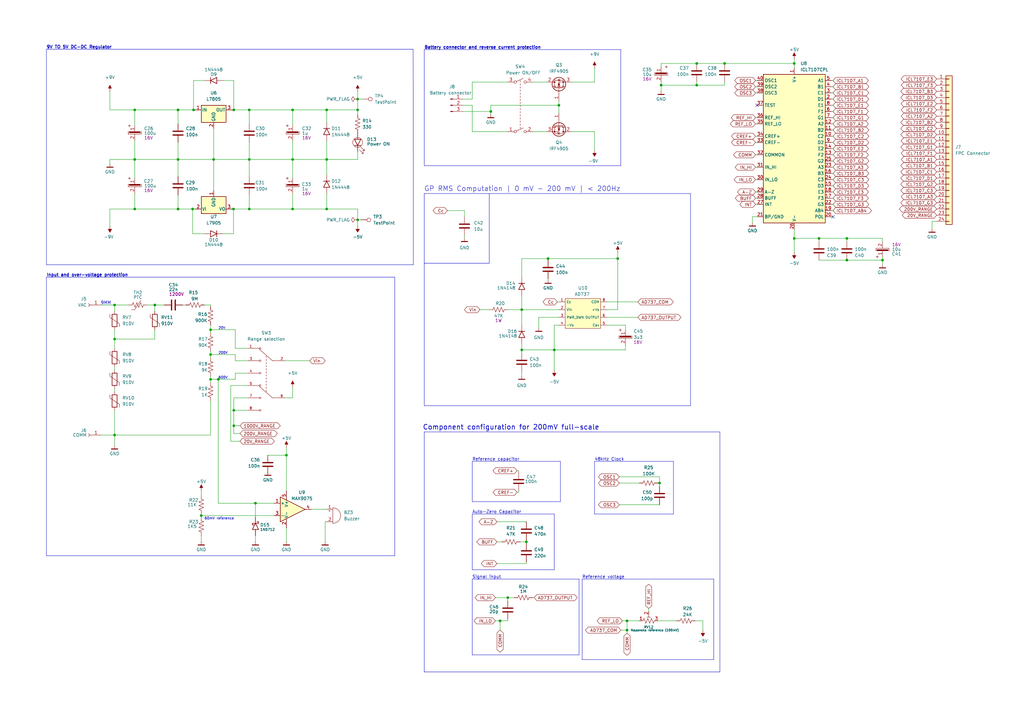
<source format=kicad_sch>
(kicad_sch (version 20230121) (generator eeschema)
  (paper "A3")
  (junction (at 102.235 65.405))
  (junction (at 347.345 106.68))
  (junction (at 86.36 155.575))
  (junction (at 117.475 186.69))
  (junction (at 146.685 90.17))
  (junction (at 133.985 65.405))
  (junction (at 271.145 34.925))
  (junction (at 63.5 125.095))
  (junction (at 227.33 143.51))
  (junction (at 79.375 45.085))
  (junction (at 95.885 168.275))
  (junction (at 82.55 211.455))
  (junction (at 257.175 254.635))
  (junction (at 285.75 26.035))
  (junction (at 87.63 65.405))
  (junction (at 86.36 145.415))
  (junction (at 201.295 45.72))
  (junction (at 46.99 178.435))
  (junction (at 73.025 65.405))
  (junction (at 102.235 45.085))
  (junction (at 146.685 40.64))
  (junction (at 361.95 106.68))
  (junction (at 73.025 85.725))
  (junction (at 229.235 43.18))
  (junction (at 215.9 222.25))
  (junction (at 133.985 45.085))
  (junction (at 208.28 245.11))
  (junction (at 133.985 85.725))
  (junction (at 285.75 34.925))
  (junction (at 120.015 65.405))
  (junction (at 253.365 106.045))
  (junction (at 46.99 125.095))
  (junction (at 46.99 139.065))
  (junction (at 213.995 127))
  (junction (at 120.015 85.725))
  (junction (at 224.79 106.045))
  (junction (at 120.015 45.085))
  (junction (at 213.995 143.51))
  (junction (at 102.235 85.725))
  (junction (at 325.755 26.035))
  (junction (at 146.685 45.085))
  (junction (at 104.775 206.375))
  (junction (at 95.885 45.085))
  (junction (at 270.51 198.12))
  (junction (at 73.025 45.085))
  (junction (at 55.245 45.085))
  (junction (at 89.535 155.575))
  (junction (at 78.9981 85.725))
  (junction (at 205.105 254.635))
  (junction (at 257.175 258.445))
  (junction (at 347.345 97.79))
  (junction (at 95.885 174.625))
  (junction (at 55.245 85.725))
  (junction (at 325.755 97.79))
  (junction (at 335.915 97.79))
  (junction (at 55.245 65.405))
  (junction (at 95.7647 85.725))
  (junction (at 86.36 135.255))
  (junction (at 297.18 26.035))
  (no_connect (at 310.515 43.18))
  (no_connect (at 341.63 88.9))
  (wire (pts (xy 224.79 106.045) (xy 224.79 106.68)))
  (wire (pts (xy 189.865 40.64) (xy 193.675 40.64)))
  (wire (pts (xy 271.145 33.655) (xy 271.145 34.925)))
  (wire (pts (xy 269.875 254.635) (xy 277.495 254.635)))
  (wire (pts (xy 89.535 155.575) (xy 96.52 155.575)))
  (polyline (pts (xy 295.275 275.59) (xy 173.99 275.59)))
  (wire (pts (xy 95.885 45.085) (xy 102.235 45.085)))
  (polyline (pts (xy 173.99 166.37) (xy 283.21 166.37)))
  (wire (pts (xy 256.54 133.35) (xy 256.54 135.255)))
  (wire (pts (xy 229.235 41.275) (xy 229.235 43.18)))
  (wire (pts (xy 146.685 90.17) (xy 147.955 90.17)))
  (wire (pts (xy 253.365 103.505) (xy 253.365 106.045)))
  (wire (pts (xy 120.015 73.025) (xy 120.015 65.405)))
  (wire (pts (xy 73.025 45.085) (xy 79.375 45.085)))
  (wire (pts (xy 95.7647 95.885) (xy 95.7647 85.725)))
  (wire (pts (xy 325.755 26.035) (xy 325.755 27.94)))
  (polyline (pts (xy 169.418 20.193) (xy 169.545 69.85)) (stroke (width 0) (type solid)))
  (wire (pts (xy 248.92 130.175) (xy 261.62 130.175)))
  (wire (pts (xy 146.685 65.405) (xy 133.985 65.405)))
  (wire (pts (xy 213.995 127) (xy 213.995 133.35)))
  (wire (pts (xy 91.44 95.885) (xy 95.7647 95.885)))
  (wire (pts (xy 201.295 45.72) (xy 201.295 43.18)))
  (wire (pts (xy 101.6 147.955) (xy 96.52 147.955)))
  (wire (pts (xy 297.18 26.035) (xy 325.755 26.035)))
  (wire (pts (xy 257.175 254.635) (xy 262.255 254.635)))
  (polyline (pts (xy 237.49 237.49) (xy 237.49 268.605)) (stroke (width 0) (type solid)))
  (wire (pts (xy 95.25 85.725) (xy 95.7647 85.725)))
  (wire (pts (xy 73.025 65.405) (xy 87.63 65.405)))
  (polyline (pts (xy 292.735 237.49) (xy 292.735 270.51)) (stroke (width 0) (type solid)))
  (wire (pts (xy 285.75 34.925) (xy 271.145 34.925)))
  (wire (pts (xy 234.315 33.655) (xy 243.84 33.655)))
  (polyline (pts (xy 227.33 233.68) (xy 193.675 233.68)) (stroke (width 0) (type solid)))
  (wire (pts (xy 89.535 155.575) (xy 89.535 206.375)))
  (wire (pts (xy 382.27 93.98) (xy 382.27 90.805)))
  (wire (pts (xy 55.245 45.085) (xy 73.025 45.085)))
  (wire (pts (xy 309.88 50.8) (xy 310.515 50.8)))
  (wire (pts (xy 203.2 254.635) (xy 205.105 254.635)))
  (wire (pts (xy 120.015 45.085) (xy 133.985 45.085)))
  (polyline (pts (xy 292.735 237.49) (xy 238.76 237.49)) (stroke (width 0) (type solid)))
  (wire (pts (xy 213.995 143.51) (xy 213.995 144.78)))
  (wire (pts (xy 297.18 33.655) (xy 297.18 34.925)))
  (wire (pts (xy 254 207.01) (xy 270.51 207.01)))
  (wire (pts (xy 340.995 33.02) (xy 341.63 33.02)))
  (wire (pts (xy 45.085 85.725) (xy 45.085 92.71)))
  (wire (pts (xy 189.865 45.72) (xy 201.295 45.72)))
  (wire (pts (xy 86.36 145.415) (xy 96.52 145.415)))
  (wire (pts (xy 220.98 130.175) (xy 220.98 134.62)))
  (polyline (pts (xy 173.99 177.165) (xy 173.99 275.59)))
  (wire (pts (xy 91.44 33.02) (xy 95.885 33.02)))
  (polyline (pts (xy 238.76 237.49) (xy 238.76 270.51)) (stroke (width 0) (type solid)))
  (polyline (pts (xy 19.05 20.193) (xy 169.418 20.193)) (stroke (width 0) (type solid)))
  (wire (pts (xy 208.28 127) (xy 213.995 127)))
  (wire (pts (xy 102.235 65.405) (xy 102.235 58.42)))
  (wire (pts (xy 63.5 135.255) (xy 63.5 139.065)))
  (wire (pts (xy 218.44 245.11) (xy 219.075 245.11)))
  (wire (pts (xy 201.295 45.72) (xy 201.295 46.99)))
  (wire (pts (xy 73.025 72.39) (xy 73.025 65.405)))
  (wire (pts (xy 146.685 45.085) (xy 146.685 46.99)))
  (wire (pts (xy 45.085 37.465) (xy 45.085 45.085)))
  (wire (pts (xy 82.55 210.82) (xy 82.55 211.455)))
  (wire (pts (xy 193.675 43.18) (xy 189.865 43.18)))
  (wire (pts (xy 347.345 97.79) (xy 361.95 97.79)))
  (wire (pts (xy 109.855 194.31) (xy 109.855 193.675)))
  (polyline (pts (xy 193.675 233.68) (xy 193.675 210.82)) (stroke (width 0) (type solid)))
  (wire (pts (xy 335.915 99.06) (xy 335.915 97.79)))
  (wire (pts (xy 196.85 127) (xy 200.66 127)))
  (wire (pts (xy 215.9 230.505) (xy 215.9 231.14)))
  (wire (pts (xy 46.99 125.095) (xy 52.705 125.095)))
  (polyline (pts (xy 237.49 237.49) (xy 193.675 237.49)) (stroke (width 0) (type solid)))
  (wire (pts (xy 229.235 133.35) (xy 227.33 133.35)))
  (wire (pts (xy 212.725 201.93) (xy 212.09 201.93)))
  (wire (pts (xy 95.885 177.8) (xy 98.425 177.8)))
  (wire (pts (xy 340.995 38.1) (xy 341.63 38.1)))
  (wire (pts (xy 340.995 76.2) (xy 341.63 76.2)))
  (wire (pts (xy 203.835 213.995) (xy 215.9 213.995)))
  (wire (pts (xy 218.44 53.975) (xy 224.155 53.975)))
  (wire (pts (xy 340.995 35.56) (xy 341.63 35.56)))
  (wire (pts (xy 361.95 105.41) (xy 361.95 106.68)))
  (wire (pts (xy 208.28 254) (xy 208.28 254.635)))
  (wire (pts (xy 133.985 65.405) (xy 120.015 65.405)))
  (wire (pts (xy 86.36 144.145) (xy 86.36 145.415)))
  (wire (pts (xy 133.985 45.085) (xy 146.685 45.085)))
  (wire (pts (xy 203.2 245.11) (xy 208.28 245.11)))
  (wire (pts (xy 325.755 24.13) (xy 325.755 26.035)))
  (wire (pts (xy 102.235 45.085) (xy 102.235 50.8)))
  (polyline (pts (xy 193.675 237.49) (xy 193.675 268.605)) (stroke (width 0) (type solid)))
  (wire (pts (xy 382.27 90.805) (xy 384.175 90.805)))
  (wire (pts (xy 46.99 125.095) (xy 46.99 127.635)))
  (wire (pts (xy 254 195.58) (xy 270.51 195.58)))
  (wire (pts (xy 227.33 133.35) (xy 227.33 143.51)))
  (wire (pts (xy 117.475 183.515) (xy 117.475 186.69)))
  (wire (pts (xy 96.52 155.575) (xy 96.52 153.035)))
  (wire (pts (xy 309.88 38.1) (xy 310.515 38.1)))
  (polyline (pts (xy 19.05 108.585) (xy 19.05 20.193)) (stroke (width 0) (type solid)))
  (wire (pts (xy 127.635 208.915) (xy 133.985 208.915)))
  (wire (pts (xy 120.015 65.405) (xy 102.235 65.405)))
  (wire (pts (xy 212.725 193.675) (xy 212.725 193.04)))
  (wire (pts (xy 45.085 45.085) (xy 55.245 45.085)))
  (wire (pts (xy 133.985 79.375) (xy 133.985 85.725)))
  (wire (pts (xy 95.885 168.275) (xy 95.885 174.625)))
  (wire (pts (xy 254.635 258.445) (xy 257.175 258.445)))
  (wire (pts (xy 309.88 35.56) (xy 310.515 35.56)))
  (wire (pts (xy 193.675 33.655) (xy 208.28 33.655)))
  (wire (pts (xy 340.995 66.04) (xy 341.63 66.04)))
  (wire (pts (xy 213.995 113.665) (xy 213.995 106.045)))
  (wire (pts (xy 309.88 68.58) (xy 310.515 68.58)))
  (wire (pts (xy 213.36 222.25) (xy 215.9 222.25)))
  (wire (pts (xy 213.995 121.285) (xy 213.995 127)))
  (wire (pts (xy 78.9981 85.725) (xy 73.025 85.725)))
  (wire (pts (xy 117.475 216.535) (xy 117.475 222.25)))
  (wire (pts (xy 208.28 245.11) (xy 210.82 245.11)))
  (wire (pts (xy 309.88 58.42) (xy 310.515 58.42)))
  (polyline (pts (xy 173.99 107.95) (xy 200.66 107.95)))
  (wire (pts (xy 55.245 57.785) (xy 55.245 65.405)))
  (wire (pts (xy 340.995 50.8) (xy 341.63 50.8)))
  (polyline (pts (xy 295.275 177.165) (xy 295.275 275.59)))
  (wire (pts (xy 190.5 96.52) (xy 190.5 97.79)))
  (wire (pts (xy 347.345 99.06) (xy 347.345 97.79)))
  (wire (pts (xy 340.995 83.82) (xy 341.63 83.82)))
  (wire (pts (xy 347.345 106.68) (xy 335.915 106.68)))
  (wire (pts (xy 215.9 222.25) (xy 215.9 221.615)))
  (wire (pts (xy 95.885 174.625) (xy 98.425 174.625)))
  (wire (pts (xy 308.61 88.9) (xy 308.61 91.44)))
  (wire (pts (xy 227.33 143.51) (xy 227.33 151.765)))
  (wire (pts (xy 208.28 53.975) (xy 193.675 53.975)))
  (wire (pts (xy 271.145 27.305) (xy 271.145 26.035)))
  (wire (pts (xy 120.015 57.785) (xy 120.015 65.405)))
  (wire (pts (xy 73.025 58.42) (xy 73.025 65.405)))
  (wire (pts (xy 215.9 222.25) (xy 215.9 222.885)))
  (wire (pts (xy 309.88 81.28) (xy 310.515 81.28)))
  (wire (pts (xy 224.79 106.045) (xy 253.365 106.045)))
  (wire (pts (xy 215.9 231.14) (xy 203.835 231.14)))
  (wire (pts (xy 46.99 178.435) (xy 86.36 178.435)))
  (wire (pts (xy 340.995 71.12) (xy 341.63 71.12)))
  (wire (pts (xy 255.27 254.635) (xy 257.175 254.635)))
  (wire (pts (xy 46.99 139.065) (xy 46.99 142.875)))
  (wire (pts (xy 94.615 180.975) (xy 98.425 180.975)))
  (wire (pts (xy 213.995 143.51) (xy 227.33 143.51)))
  (wire (pts (xy 104.775 222.25) (xy 104.775 219.71)))
  (wire (pts (xy 133.985 85.725) (xy 146.685 85.725)))
  (wire (pts (xy 203.835 222.25) (xy 205.74 222.25)))
  (wire (pts (xy 82.55 219.71) (xy 82.55 222.25)))
  (wire (pts (xy 205.105 254.635) (xy 205.105 258.445)))
  (wire (pts (xy 340.995 81.28) (xy 341.63 81.28)))
  (wire (pts (xy 95.885 163.195) (xy 95.885 168.275)))
  (wire (pts (xy 86.36 154.305) (xy 86.36 155.575)))
  (polyline (pts (xy 200.66 79.375) (xy 200.66 107.95)))
  (wire (pts (xy 340.995 40.64) (xy 341.63 40.64)))
  (wire (pts (xy 102.235 85.725) (xy 102.235 80.01)))
  (wire (pts (xy 248.92 127) (xy 253.365 127)))
  (wire (pts (xy 193.675 53.975) (xy 193.675 43.18)))
  (wire (pts (xy 256.54 133.35) (xy 248.92 133.35)))
  (polyline (pts (xy 173.99 79.375) (xy 173.99 166.37)))
  (wire (pts (xy 243.84 33.655) (xy 243.84 27.94)))
  (wire (pts (xy 213.995 140.97) (xy 213.995 143.51)))
  (polyline (pts (xy 193.675 210.82) (xy 227.33 210.82)) (stroke (width 0) (type solid)))
  (wire (pts (xy 234.315 53.975) (xy 243.84 53.975)))
  (wire (pts (xy 146.685 62.23) (xy 146.685 65.405)))
  (wire (pts (xy 83.82 95.885) (xy 78.9981 95.885)))
  (wire (pts (xy 361.95 106.68) (xy 347.345 106.68)))
  (wire (pts (xy 325.755 97.79) (xy 325.755 103.505)))
  (polyline (pts (xy 169.545 108.585) (xy 19.05 108.585)) (stroke (width 0) (type solid)))
  (wire (pts (xy 96.52 142.875) (xy 101.6 142.875)))
  (wire (pts (xy 120.015 163.195) (xy 120.015 158.75)))
  (wire (pts (xy 270.51 198.12) (xy 269.875 198.12)))
  (wire (pts (xy 79.375 33.02) (xy 79.375 45.085)))
  (wire (pts (xy 46.99 150.495) (xy 46.99 151.765)))
  (wire (pts (xy 46.99 135.255) (xy 46.99 139.065)))
  (wire (pts (xy 46.99 168.275) (xy 46.99 178.435)))
  (wire (pts (xy 102.235 85.725) (xy 120.015 85.725)))
  (wire (pts (xy 55.245 65.405) (xy 45.085 65.405)))
  (wire (pts (xy 256.54 141.605) (xy 256.54 143.51)))
  (wire (pts (xy 45.085 65.405) (xy 45.085 67.31)))
  (wire (pts (xy 95.885 174.625) (xy 95.885 177.8)))
  (wire (pts (xy 60.325 125.095) (xy 63.5 125.095)))
  (wire (pts (xy 55.245 45.085) (xy 55.245 51.435)))
  (polyline (pts (xy 276.225 210.82) (xy 243.84 210.82)) (stroke (width 0) (type solid)))
  (wire (pts (xy 86.36 145.415) (xy 86.36 146.685)))
  (wire (pts (xy 117.475 186.69) (xy 109.855 186.69)))
  (polyline (pts (xy 173.99 79.375) (xy 283.21 79.375)))
  (wire (pts (xy 325.755 93.98) (xy 325.755 97.79)))
  (polyline (pts (xy 229.87 189.23) (xy 229.87 205.74)) (stroke (width 0) (type solid)))
  (polyline (pts (xy 229.87 205.74) (xy 193.675 205.74)) (stroke (width 0) (type solid)))
  (wire (pts (xy 133.985 45.085) (xy 133.985 50.165)))
  (wire (pts (xy 340.995 53.34) (xy 341.63 53.34)))
  (wire (pts (xy 96.52 147.955) (xy 96.52 145.415)))
  (wire (pts (xy 224.79 114.935) (xy 224.79 114.3)))
  (wire (pts (xy 96.52 153.035) (xy 101.6 153.035)))
  (wire (pts (xy 46.99 159.385) (xy 46.99 160.655)))
  (polyline (pts (xy 229.87 189.23) (xy 193.675 189.23)) (stroke (width 0) (type solid)))
  (wire (pts (xy 41.275 125.095) (xy 46.99 125.095)))
  (wire (pts (xy 248.92 123.825) (xy 261.62 123.825)))
  (wire (pts (xy 213.995 152.4) (xy 213.995 154.305)))
  (wire (pts (xy 95.885 33.02) (xy 95.885 45.085)))
  (wire (pts (xy 340.995 73.66) (xy 341.63 73.66)))
  (polyline (pts (xy 243.84 210.82) (xy 243.84 189.23)) (stroke (width 0) (type solid)))
  (wire (pts (xy 205.105 254.635) (xy 208.28 254.635)))
  (wire (pts (xy 340.995 88.9) (xy 341.63 88.9)))
  (wire (pts (xy 183.515 86.36) (xy 190.5 86.36)))
  (wire (pts (xy 104.775 206.375) (xy 104.775 212.09)))
  (wire (pts (xy 309.88 55.88) (xy 310.515 55.88)))
  (wire (pts (xy 227.33 143.51) (xy 256.54 143.51)))
  (wire (pts (xy 55.245 79.375) (xy 55.245 85.725)))
  (wire (pts (xy 271.145 34.925) (xy 271.145 37.465)))
  (wire (pts (xy 73.025 65.405) (xy 55.245 65.405)))
  (polyline (pts (xy 193.675 189.23) (xy 193.675 205.74)) (stroke (width 0) (type solid)))
  (polyline (pts (xy 237.49 268.605) (xy 193.675 268.605)) (stroke (width 0) (type solid)))
  (wire (pts (xy 86.36 135.255) (xy 86.36 136.525)))
  (wire (pts (xy 63.5 139.065) (xy 46.99 139.065)))
  (wire (pts (xy 146.685 40.64) (xy 148.59 40.64)))
  (wire (pts (xy 310.515 48.26) (xy 309.88 48.26)))
  (wire (pts (xy 76.2 125.095) (xy 74.93 125.095)))
  (wire (pts (xy 285.75 33.655) (xy 285.75 34.925)))
  (wire (pts (xy 257.175 258.445) (xy 257.175 259.715)))
  (wire (pts (xy 120.015 79.375) (xy 120.015 85.725)))
  (wire (pts (xy 213.995 127) (xy 229.235 127)))
  (wire (pts (xy 87.63 78.105) (xy 87.63 65.405)))
  (wire (pts (xy 340.995 43.18) (xy 341.63 43.18)))
  (wire (pts (xy 117.475 186.69) (xy 117.475 201.295)))
  (wire (pts (xy 340.995 58.42) (xy 341.63 58.42)))
  (wire (pts (xy 146.685 40.64) (xy 146.685 45.085)))
  (wire (pts (xy 340.995 48.26) (xy 341.63 48.26)))
  (wire (pts (xy 266.065 249.555) (xy 266.065 250.825)))
  (wire (pts (xy 79.375 45.085) (xy 80.01 45.085)))
  (wire (pts (xy 325.755 97.79) (xy 335.915 97.79)))
  (wire (pts (xy 212.725 201.295) (xy 212.725 201.93)))
  (wire (pts (xy 63.5 125.095) (xy 67.31 125.095)))
  (wire (pts (xy 86.36 164.465) (xy 86.36 178.435)))
  (wire (pts (xy 271.145 26.035) (xy 285.75 26.035)))
  (wire (pts (xy 96.52 135.255) (xy 96.52 142.875)))
  (wire (pts (xy 120.015 45.085) (xy 120.015 51.435)))
  (wire (pts (xy 82.55 211.455) (xy 112.395 211.455)))
  (wire (pts (xy 95.885 168.275) (xy 101.6 168.275)))
  (wire (pts (xy 262.255 198.12) (xy 254 198.12)))
  (wire (pts (xy 45.085 85.725) (xy 55.245 85.725)))
  (wire (pts (xy 87.63 65.405) (xy 102.235 65.405)))
  (wire (pts (xy 229.235 130.175) (xy 220.98 130.175)))
  (wire (pts (xy 146.685 90.17) (xy 146.685 85.725)))
  (wire (pts (xy 86.36 135.255) (xy 96.52 135.255)))
  (wire (pts (xy 83.82 125.095) (xy 86.36 125.095)))
  (wire (pts (xy 95.885 45.085) (xy 95.25 45.085)))
  (polyline (pts (xy 173.99 177.165) (xy 295.275 177.165)))
  (wire (pts (xy 86.36 125.095) (xy 86.36 125.73)))
  (wire (pts (xy 89.535 206.375) (xy 104.775 206.375)))
  (wire (pts (xy 120.015 85.725) (xy 133.985 85.725)))
  (wire (pts (xy 78.9981 95.885) (xy 78.9981 85.725)))
  (polyline (pts (xy 292.735 270.51) (xy 238.76 270.51)) (stroke (width 0) (type solid)))
  (wire (pts (xy 86.36 155.575) (xy 89.535 155.575)))
  (wire (pts (xy 133.985 213.995) (xy 133.35 213.995)))
  (wire (pts (xy 229.235 43.18) (xy 229.235 46.355)))
  (wire (pts (xy 146.685 92.71) (xy 146.685 90.17)))
  (wire (pts (xy 41.275 178.435) (xy 46.99 178.435)))
  (wire (pts (xy 243.84 53.975) (xy 243.84 61.595)))
  (wire (pts (xy 270.51 195.58) (xy 270.51 198.12)))
  (wire (pts (xy 73.025 85.725) (xy 73.025 80.01)))
  (wire (pts (xy 340.995 60.96) (xy 341.63 60.96)))
  (wire (pts (xy 340.995 63.5) (xy 341.63 63.5)))
  (wire (pts (xy 228.6 123.825) (xy 229.235 123.825)))
  (wire (pts (xy 270.51 198.12) (xy 270.51 199.39)))
  (wire (pts (xy 361.95 106.68) (xy 361.95 108.585)))
  (wire (pts (xy 133.985 57.785) (xy 133.985 65.405)))
  (wire (pts (xy 78.9981 85.725) (xy 80.01 85.725)))
  (wire (pts (xy 133.985 65.405) (xy 133.985 71.755)))
  (wire (pts (xy 335.915 97.79) (xy 347.345 97.79)))
  (wire (pts (xy 83.82 33.02) (xy 79.375 33.02)))
  (wire (pts (xy 102.235 45.085) (xy 120.015 45.085)))
  (wire (pts (xy 201.295 43.18) (xy 229.235 43.18)))
  (wire (pts (xy 213.995 106.045) (xy 224.79 106.045)))
  (wire (pts (xy 340.995 68.58) (xy 341.63 68.58)))
  (wire (pts (xy 95.885 163.195) (xy 101.6 163.195)))
  (wire (pts (xy 46.99 178.435) (xy 46.99 182.88)))
  (wire (pts (xy 101.6 158.115) (xy 94.615 158.115)))
  (polyline (pts (xy 169.545 108.585) (xy 169.545 69.85)) (stroke (width 0) (type solid)))
  (wire (pts (xy 218.44 33.655) (xy 224.155 33.655)))
  (wire (pts (xy 133.35 213.995) (xy 133.35 222.25)))
  (wire (pts (xy 361.95 99.06) (xy 361.95 97.79)))
  (wire (pts (xy 95.7647 85.725) (xy 102.235 85.725)))
  (wire (pts (xy 297.18 34.925) (xy 285.75 34.925)))
  (polyline (pts (xy 276.225 189.23) (xy 276.225 210.82)) (stroke (width 0) (type solid)))
  (wire (pts (xy 310.515 88.9) (xy 308.61 88.9)))
  (wire (pts (xy 285.75 26.035) (xy 297.18 26.035)))
  (wire (pts (xy 116.84 147.955) (xy 127 147.955)))
  (wire (pts (xy 63.5 125.095) (xy 63.5 127.635)))
  (wire (pts (xy 102.235 65.405) (xy 102.235 72.39)))
  (wire (pts (xy 190.5 86.36) (xy 190.5 88.9)))
  (polyline (pts (xy 227.33 210.82) (xy 227.33 233.68)) (stroke (width 0) (type solid)))
  (wire (pts (xy 55.245 85.725) (xy 73.025 85.725)))
  (wire (pts (xy 104.775 206.375) (xy 112.395 206.375)))
  (wire (pts (xy 193.675 40.64) (xy 193.675 33.655)))
  (wire (pts (xy 94.615 158.115) (xy 94.615 180.975)))
  (wire (pts (xy 257.175 254.635) (xy 257.175 258.445)))
  (wire (pts (xy 340.995 55.88) (xy 341.63 55.88)))
  (wire (pts (xy 82.55 211.455) (xy 82.55 212.09)))
  (wire (pts (xy 288.29 254.635) (xy 288.29 258.445)))
  (wire (pts (xy 309.88 33.02) (xy 310.515 33.02)))
  (wire (pts (xy 340.995 45.72) (xy 341.63 45.72)))
  (wire (pts (xy 86.36 133.35) (xy 86.36 135.255)))
  (wire (pts (xy 309.88 83.82) (xy 310.515 83.82)))
  (wire (pts (xy 285.115 254.635) (xy 288.29 254.635)))
  (wire (pts (xy 309.88 78.74) (xy 310.515 78.74)))
  (wire (pts (xy 86.36 155.575) (xy 86.36 156.845)))
  (wire (pts (xy 73.025 45.085) (xy 73.025 50.8)))
  (wire (pts (xy 55.245 73.025) (xy 55.245 65.405)))
  (wire (pts (xy 253.365 106.045) (xy 253.365 127)))
  (wire (pts (xy 340.995 78.74) (xy 341.63 78.74)))
  (wire (pts (xy 310.515 63.5) (xy 309.88 63.5)))
  (wire (pts (xy 146.685 37.465) (xy 146.685 40.64)))
  (wire (pts (xy 340.995 86.36) (xy 341.63 86.36)))
  (wire (pts (xy 212.09 193.04) (xy 212.725 193.04)))
  (wire (pts (xy 309.88 73.66) (xy 310.515 73.66)))
  (wire (pts (xy 82.55 201.295) (xy 82.55 203.2)))
  (wire (pts (xy 87.63 52.705) (xy 87.63 65.405)))
  (wire (pts (xy 208.28 245.11) (xy 208.28 246.38)))
  (polyline (pts (xy 243.84 189.23) (xy 276.225 189.23)) (stroke (width 0) (type solid)))
  (wire (pts (xy 116.84 163.195) (xy 120.015 163.195)))
  (rectangle (start 19.05 113.665) (end 161.925 227.965))
  (rectangle (start 173.99 20.32) (end 254.635 67.945))
  (rectangle (start 283.21 79.375) (end 283.21 166.37))
  (text "GP RMS Computation | 0 mV - 200 mV | < 200Hz" (at 173.99 78.74 0) (effects (font (size 2 2)) (justify left bottom)))
  (text "9V TO 5V DC-DC Regulator\n" (at 19.05 20.193 0) (effects (font (size 1.27 1.27) (thickness 0.254) bold) (justify left bottom)))
  (text "9MM\n" (at 41.275 125.095 0) (effects (font (size 1.27 1.27)) (justify left bottom)))
  (text "Component configuration for 200mV full-scale" (at 173.355 176.53 0) (effects (font (size 2 2) (thickness 0.254) bold) (justify left bottom)))
  (text "Reference voltage" (at 238.76 237.49 0) (effects (font (size 1.27 1.27)) (justify left bottom)))
  (text "600V\n" (at 89.535 155.575 0) (effects (font (size 1 1)) (justify left bottom)))
  (text "Reference capacitor\n" (at 193.675 189.23 0) (effects (font (size 1.27 1.27)) (justify left bottom)))
  (text "Battery connector and reverse current protection\n" (at 173.99 20.32 0) (effects (font (size 1.27 1.27) bold) (justify left bottom)))
  (text "200V\n" (at 89.535 145.415 0) (effects (font (size 1 1)) (justify left bottom)))
  (text "60mV reference " (at 83.82 213.36 0) (effects (font (size 1.016 1.016)) (justify left bottom)))
  (text "Input and over-voltage protection" (at 19.05 113.665 0) (effects (font (size 1.27 1.27) (thickness 0.254) bold) (justify left bottom)))
  (text "Signal input" (at 193.675 237.49 0) (effects (font (size 1.27 1.27)) (justify left bottom)))
  (text "48kHz Clock" (at 243.84 189.23 0) (effects (font (size 1.27 1.27)) (justify left bottom)))
  (text "20V" (at 89.535 135.255 0) (effects (font (size 1 1)) (justify left bottom)))
  (text "Auto-Zero Capacitor\n" (at 193.675 210.82 0) (effects (font (size 1.27 1.27)) (justify left bottom)))
  (global_label "BUFF" (shape bidirectional) (at 203.835 222.25 180) (property "Intersheetrefs" "${INTERSHEET_REFS}" (effects hide)))
  (global_label "ICL7107_G2" (shape bidirectional) (at 341.63 66.04 0) (property "Intersheetrefs" "${INTERSHEET_REFS}" (effects hide)))
  (global_label "ICL7107_A3" (shape bidirectional) (at 384.175 80.645 180) (property "Intersheetrefs" "${INTERSHEET_REFS}" (effects hide)))
  (global_label "ICL7107_AB4" (shape bidirectional) (at 341.63 86.36 0) (property "Intersheetrefs" "${INTERSHEET_REFS}" (effects hide)))
  (global_label "AD737_OUTPUT" (shape bidirectional) (at 261.62 130.175 0) (property "Intersheetrefs" "${INTERSHEET_REFS}" (effects hide)))
  (global_label "OSC3" (shape bidirectional) (at 309.88 38.1 180) (property "Intersheetrefs" "${INTERSHEET_REFS}" (effects hide)))
  (global_label "ICL7107_C3" (shape bidirectional) (at 384.175 78.105 180) (property "Intersheetrefs" "${INTERSHEET_REFS}" (effects hide)))
  (global_label "ICL7107_F1" (shape bidirectional) (at 341.63 45.72 0) (property "Intersheetrefs" "${INTERSHEET_REFS}" (effects hide)))
  (global_label "OSC1" (shape bidirectional) (at 254 195.58 180) (property "Intersheetrefs" "${INTERSHEET_REFS}" (effects hide)))
  (global_label "OSC2" (shape bidirectional) (at 309.88 35.56 180) (property "Intersheetrefs" "${INTERSHEET_REFS}" (effects hide)))
  (global_label "ICL7107_G2" (shape bidirectional) (at 384.175 75.565 180) (property "Intersheetrefs" "${INTERSHEET_REFS}" (effects hide)))
  (global_label "ICL7107_B1" (shape bidirectional) (at 384.175 67.945 180) (property "Intersheetrefs" "${INTERSHEET_REFS}" (effects hide)))
  (global_label "COMM" (shape bidirectional) (at 205.105 258.445 270) (property "Intersheetrefs" "${INTERSHEET_REFS}" (effects hide)))
  (global_label "ICL7107_D3" (shape bidirectional) (at 384.175 40.005 180) (property "Intersheetrefs" "${INTERSHEET_REFS}" (effects hide)))
  (global_label "ICL7107_E1" (shape bidirectional) (at 384.175 57.785 180) (property "Intersheetrefs" "${INTERSHEET_REFS}" (effects hide)))
  (global_label "ICL7107_D1" (shape bidirectional) (at 341.63 40.64 0) (property "Intersheetrefs" "${INTERSHEET_REFS}" (effects hide)))
  (global_label "ICL7107_E3" (shape bidirectional) (at 384.175 32.385 180) (property "Intersheetrefs" "${INTERSHEET_REFS}" (effects hide)))
  (global_label "ICL7107_B3" (shape bidirectional) (at 341.63 71.12 0) (property "Intersheetrefs" "${INTERSHEET_REFS}" (effects hide)))
  (global_label "200V_RANGE" (shape bidirectional) (at 98.425 177.8 0) (property "Intersheetrefs" "${INTERSHEET_REFS}" (effects hide)))
  (global_label "ICL7107_F3" (shape bidirectional) (at 384.175 34.925 180) (property "Intersheetrefs" "${INTERSHEET_REFS}" (effects hide)))
  (global_label "OSC3" (shape bidirectional) (at 254 207.01 180) (property "Intersheetrefs" "${INTERSHEET_REFS}" (effects hide)))
  (global_label "ICL7107_E2" (shape bidirectional) (at 384.175 42.545 180) (property "Intersheetrefs" "${INTERSHEET_REFS}" (effects hide)))
  (global_label "ICL7107_A1" (shape bidirectional) (at 384.175 65.405 180) (property "Intersheetrefs" "${INTERSHEET_REFS}" (effects hide)))
  (global_label "REF_HI" (shape bidirectional) (at 266.065 249.555 90) (property "Intersheetrefs" "${INTERSHEET_REFS}" (effects hide)))
  (global_label "ICL7107_B2" (shape bidirectional) (at 384.175 50.165 180) (property "Intersheetrefs" "${INTERSHEET_REFS}" (effects hide)))
  (global_label "CREF+" (shape bidirectional) (at 212.09 193.04 180) (property "Intersheetrefs" "${INTERSHEET_REFS}" (effects hide)))
  (global_label "REF_LO" (shape bidirectional) (at 309.88 50.8 180) (property "Intersheetrefs" "${INTERSHEET_REFS}" (effects hide)))
  (global_label "A-Z" (shape bidirectional) (at 203.835 213.995 180) (property "Intersheetrefs" "${INTERSHEET_REFS}" (effects hide)))
  (global_label "BUFF" (shape bidirectional) (at 309.88 81.28 180) (property "Intersheetrefs" "${INTERSHEET_REFS}" (effects hide)))
  (global_label "COMM" (shape bidirectional) (at 309.88 63.5 180) (property "Intersheetrefs" "${INTERSHEET_REFS}" (effects hide)))
  (global_label "OSC1" (shape bidirectional) (at 309.88 33.02 180) (property "Intersheetrefs" "${INTERSHEET_REFS}" (effects hide)))
  (global_label "ICL7107_D2" (shape bidirectional) (at 341.63 58.42 0) (property "Intersheetrefs" "${INTERSHEET_REFS}" (effects hide)))
  (global_label "ICL7107_C2" (shape bidirectional) (at 384.175 52.705 180) (property "Intersheetrefs" "${INTERSHEET_REFS}" (effects hide)))
  (global_label "ICL7107_E1" (shape bidirectional) (at 341.63 43.18 0) (property "Intersheetrefs" "${INTERSHEET_REFS}" (effects hide)))
  (global_label "AD737_COM" (shape bidirectional) (at 261.62 123.825 0) (property "Intersheetrefs" "${INTERSHEET_REFS}" (effects hide)))
  (global_label "Cc" (shape bidirectional) (at 228.6 123.825 180) (property "Intersheetrefs" "${INTERSHEET_REFS}" (effects hide)))
  (global_label "ICL7107_D1" (shape bidirectional) (at 384.175 73.025 180) (property "Intersheetrefs" "${INTERSHEET_REFS}" (effects hide)))
  (global_label "OSC2" (shape bidirectional) (at 254 198.12 180) (property "Intersheetrefs" "${INTERSHEET_REFS}" (effects hide)))
  (global_label "A-Z" (shape bidirectional) (at 309.88 78.74 180) (property "Intersheetrefs" "${INTERSHEET_REFS}" (effects hide)))
  (global_label "ICL7107_C1" (shape bidirectional) (at 384.175 70.485 180) (property "Intersheetrefs" "${INTERSHEET_REFS}" (effects hide)))
  (global_label "ICL7107_G3" (shape bidirectional) (at 341.63 83.82 0) (property "Intersheetrefs" "${INTERSHEET_REFS}" (effects hide)))
  (global_label "ICL7107_B3" (shape bidirectional) (at 384.175 37.465 180) (property "Intersheetrefs" "${INTERSHEET_REFS}" (effects hide)))
  (global_label "20V_RANGE" (shape bidirectional) (at 384.175 88.265 180) (property "Intersheetrefs" "${INTERSHEET_REFS}" (effects hide)))
  (global_label "INT" (shape bidirectional) (at 203.835 231.14 180) (property "Intersheetrefs" "${INTERSHEET_REFS}" (effects hide)))
  (global_label "ICL7107_D2" (shape bidirectional) (at 384.175 55.245 180) (property "Intersheetrefs" "${INTERSHEET_REFS}" (effects hide)))
  (global_label "ICL7107_G1" (shape bidirectional) (at 341.63 48.26 0) (property "Intersheetrefs" "${INTERSHEET_REFS}" (effects hide)))
  (global_label "COMM" (shape bidirectional) (at 257.175 259.715 270) (property "Intersheetrefs" "${INTERSHEET_REFS}" (effects hide)))
  (global_label "CREF-" (shape bidirectional) (at 309.88 58.42 180) (property "Intersheetrefs" "${INTERSHEET_REFS}" (effects hide)))
  (global_label "IN_HI" (shape bidirectional) (at 203.2 245.11 180) (property "Intersheetrefs" "${INTERSHEET_REFS}" (effects hide)))
  (global_label "ICL7107_C3" (shape bidirectional) (at 341.63 73.66 0) (property "Intersheetrefs" "${INTERSHEET_REFS}" (effects hide)))
  (global_label "200V_RANGE" (shape bidirectional) (at 384.175 85.725 180) (property "Intersheetrefs" "${INTERSHEET_REFS}" (effects hide)))
  (global_label "Cc" (shape bidirectional) (at 183.515 86.36 180) (property "Intersheetrefs" "${INTERSHEET_REFS}" (effects hide)))
  (global_label "ICL7107_C2" (shape bidirectional) (at 341.63 55.88 0) (property "Intersheetrefs" "${INTERSHEET_REFS}" (effects hide)))
  (global_label "ICL7107_E3" (shape bidirectional) (at 341.63 78.74 0) (property "Intersheetrefs" "${INTERSHEET_REFS}" (effects hide)))
  (global_label "ICL7107_D3" (shape bidirectional) (at 341.63 76.2 0) (property "Intersheetrefs" "${INTERSHEET_REFS}" (effects hide)))
  (global_label "ICL7107_A2" (shape bidirectional) (at 341.63 50.8 0) (property "Intersheetrefs" "${INTERSHEET_REFS}" (effects hide)))
  (global_label "ICL7107_G1" (shape bidirectional) (at 384.175 60.325 180) (property "Intersheetrefs" "${INTERSHEET_REFS}" (effects hide)))
  (global_label "IN_HI" (shape bidirectional) (at 309.88 68.58 180) (property "Intersheetrefs" "${INTERSHEET_REFS}" (effects hide)))
  (global_label "AD737_OUTPUT" (shape bidirectional) (at 219.075 245.11 0) (property "Intersheetrefs" "${INTERSHEET_REFS}" (effects hide)))
  (global_label "ICL7107_B1" (shape bidirectional) (at 341.63 35.56 0) (property "Intersheetrefs" "${INTERSHEET_REFS}" (effects hide)))
  (global_label "ICL7107_G3" (shape bidirectional) (at 384.175 83.185 180) (property "Intersheetrefs" "${INTERSHEET_REFS}" (effects hide)))
  (global_label "Vin" (shape bidirectional) (at 196.85 127 180) (property "Intersheetrefs" "${INTERSHEET_REFS}" (effects hide)))
  (global_label "ICL7107_F1" (shape bidirectional) (at 384.175 62.865 180) (property "Intersheetrefs" "${INTERSHEET_REFS}" (effects hide)))
  (global_label "ICL7107_F3" (shape bidirectional) (at 341.63 81.28 0) (property "Intersheetrefs" "${INTERSHEET_REFS}" (effects hide)))
  (global_label "ICL7107_A2" (shape bidirectional) (at 384.175 47.625 180) (property "Intersheetrefs" "${INTERSHEET_REFS}" (effects hide)))
  (global_label "20V_RANGE" (shape bidirectional) (at 98.425 180.975 0) (property "Intersheetrefs" "${INTERSHEET_REFS}" (effects hide)))
  (global_label "ICL7107_F2" (shape bidirectional) (at 341.63 63.5 0) (property "Intersheetrefs" "${INTERSHEET_REFS}" (effects hide)))
  (global_label "ICL7107_C1" (shape bidirectional) (at 341.63 38.1 0) (property "Intersheetrefs" "${INTERSHEET_REFS}" (effects hide)))
  (global_label "CREF-" (shape bidirectional) (at 212.09 201.93 180) (property "Intersheetrefs" "${INTERSHEET_REFS}" (effects hide)))
  (global_label "REF_HI" (shape bidirectional) (at 309.88 48.26 180) (property "Intersheetrefs" "${INTERSHEET_REFS}" (effects hide)))
  (global_label "1000V_RANGE" (shape bidirectional) (at 98.425 174.625 0) (property "Intersheetrefs" "${INTERSHEET_REFS}" (effects hide)))
  (global_label "IN_LO" (shape bidirectional) (at 309.88 73.66 180) (property "Intersheetrefs" "${INTERSHEET_REFS}" (effects hide)))
  (global_label "INT" (shape bidirectional) (at 309.88 83.82 180) (property "Intersheetrefs" "${INTERSHEET_REFS}" (effects hide)))
  (global_label "ICL7107_E2" (shape bidirectional) (at 341.63 60.96 0) (property "Intersheetrefs" "${INTERSHEET_REFS}" (effects hide)))
  (global_label "ICL7107_B2" (shape bidirectional) (at 341.63 53.34 0) (property "Intersheetrefs" "${INTERSHEET_REFS}" (effects hide)))
  (global_label "ICL7107_F2" (shape bidirectional) (at 384.175 45.085 180) (property "Intersheetrefs" "${INTERSHEET_REFS}" (effects hide)))
  (global_label "ICL7107_A3" (shape bidirectional) (at 341.63 68.58 0) (property "Intersheetrefs" "${INTERSHEET_REFS}" (effects hide)))
  (global_label "IN_LO" (shape bidirectional) (at 203.2 254.635 180) (property "Intersheetrefs" "${INTERSHEET_REFS}" (effects hide)))
  (global_label "AD737_COM" (shape bidirectional) (at 254.635 258.445 180) (property "Intersheetrefs" "${INTERSHEET_REFS}" (effects hide)))
  (global_label "Vin" (shape bidirectional) (at 127 147.955 0) (property "Intersheetrefs" "${INTERSHEET_REFS}" (effects hide)))
  (global_label "CREF+" (shape bidirectional) (at 309.88 55.88 180) (property "Intersheetrefs" "${INTERSHEET_REFS}" (effects hide)))
  (global_label "REF_LO" (shape bidirectional) (at 255.27 254.635 180) (property "Intersheetrefs" "${INTERSHEET_REFS}" (effects hide)))
  (global_label "ICL7107_A1" (shape bidirectional) (at 341.63 33.02 0) (property "Intersheetrefs" "${INTERSHEET_REFS}" (effects hide)))
  (symbol (lib_id "priums:GND") (at 308.61 91.44 0) (unit 1)
    (property "Reference" "#PWR40" (effects hide))
    (property "Value" "GND" (at 308.61 94.615 0))
  )
  (symbol (lib_id "priums:GND") (at 220.98 134.62 0) (unit 1)
    (property "Reference" "#PWR53" (effects hide))
    (property "Value" "GND" (at 220.98 138.43 0))
  )
  (symbol (lib_name "Varistor_2") (lib_id "Device:Varistor") (at 46.99 146.685 0) (unit 1)
    (property "Reference" "RV8" (at 50.165 145.4149 0) (effects (justify left)))
    (property "Value" "910V" (at 50.165 147.9549 0) (effects (justify left)))
    (property "Footprint" "Varistor:RV_Disc_D12mm_W3.9mm_P7.5mm" (effects hide))
    (property "Datasheet" "https://product.tdk.com/system/files/dam/doc/product/protection/voltage/lead-disk-varistor/data_sheet/70/db/var/siov_leaded_standard.pdf" (effects hide))
  )
  (symbol (lib_id "Diode:1N4448") (at 133.985 53.975 270) (unit 1)
    (property "Reference" "D11" (at 135.89 52.705 90) (effects (justify left)))
    (property "Value" "1N4448" (at 135.89 55.245 90) (effects (justify left)))
    (property "Footprint" "Diode_THT:D_DO-35_SOD27_P7.62mm_Horizontal" (effects hide))
    (property "Datasheet" "https://assets.nexperia.com/documents/data-sheet/1N4148_1N4448.pdf" (effects hide))
  )
  (symbol (lib_id "Device:C") (at 347.345 102.87 0) (mirror x) (unit 1)
    (property "Reference" "C40" (at 350.52 104.775 0) (effects (justify left)))
    (property "Value" "100n" (at 350.52 102.235 0) (effects (justify left)))
    (property "Footprint" "Capacitor_SMD:C_0603_1608Metric" (effects hide))
  )
  (symbol (lib_id "Diode:1N4448") (at 87.63 33.02 0) (unit 1)
    (property "Reference" "D9" (at 87.63 30.48 0))
    (property "Value" "1N4448" (at 87.63 28.575 0))
    (property "Footprint" "Diode_THT:D_DO-35_SOD27_P7.62mm_Horizontal" (effects hide))
    (property "Datasheet" "https://assets.nexperia.com/documents/data-sheet/1N4148_1N4448.pdf" (effects hide))
  )
  (symbol (lib_id "Transistor_FET:IRF4905") (at 229.235 36.195 90) (unit 1)
    (property "Reference" "Q3" (at 229.235 26.67 90))
    (property "Value" "IRF4905" (at 229.235 29.21 90))
    (property "Footprint" "Package_TO_SOT_THT:TO-220-3_Vertical" (effects hide))
    (property "Datasheet" "http://www.infineon.com/dgdl/irf4905.pdf?fileId=5546d462533600a4015355e32165197c" (effects hide))
  )
  (symbol (lib_id "power:-9V") (at 243.84 61.595 180) (unit 1)
    (property "Reference" "#PWR059" (effects hide))
    (property "Value" "-9V" (at 241.3 66.04 0) (effects (justify right)))
  )
  (symbol (lib_name "GND_2") (lib_id "priums:GND") (at 82.55 222.25 0) (unit 1)
    (property "Reference" "#PWR46" (effects hide))
    (property "Value" "GND" (at 82.55 225.425 0))
  )
  (symbol (lib_id "power:+5V") (at 120.015 158.75 0) (unit 1)
    (property "Reference" "#PWR037" (effects hide))
    (property "Value" "+5V" (at 120.015 153.035 0))
  )
  (symbol (lib_name "Cap_pol_1") (lib_id "PRIUMS_STANDARD:Cap_pol") (at 120.015 76.2 0) (unit 1)
    (property "Reference" "C33" (at 127.635 75.565 0) (effects (justify right)))
    (property "Value" "1u" (at 126.365 77.47 0) (effects (justify right)))
    (property "Footprint" "Capacitor_SMD:C_0805_2012Metric" (effects hide))
    (property "Rated Voltage" "16V" (at 125.73 79.375 0))
  )
  (symbol (lib_name "Varistor_4") (lib_id "Device:Varistor") (at 63.5 131.445 0) (unit 1)
    (property "Reference" "RV11" (at 66.04 130.1749 0) (effects (justify left)))
    (property "Value" "910V" (at 66.04 132.7149 0) (effects (justify left)))
    (property "Footprint" "Varistor:RV_Disc_D12mm_W3.9mm_P7.5mm" (effects hide))
  )
  (symbol (lib_id "Device:R_US") (at 86.36 150.495 0) (unit 1)
    (property "Reference" "R18" (at 81.28 149.225 0) (effects (justify left)))
    (property "Value" "9K" (at 82.55 151.765 0) (effects (justify left)))
    (property "Footprint" "Resistor_SMD:R_1206_3216Metric" (effects hide))
  )
  (symbol (lib_id "Diode:1N4448") (at 87.63 95.885 180) (unit 1)
    (property "Reference" "D10" (at 87.63 98.425 0))
    (property "Value" "1N4448" (at 87.63 100.33 0))
    (property "Footprint" "Diode_THT:D_DO-35_SOD27_P7.62mm_Horizontal" (effects hide))
    (property "Datasheet" "https://assets.nexperia.com/documents/data-sheet/1N4148_1N4448.pdf" (effects hide))
  )
  (symbol (lib_id "power:+5V") (at 117.475 183.515 0) (unit 1)
    (property "Reference" "#PWR049" (effects hide))
    (property "Value" "+5V" (at 117.475 179.705 0))
  )
  (symbol (lib_id "power:-9V") (at 45.085 92.71 180) (unit 1)
    (property "Reference" "#PWR033" (effects hide))
    (property "Value" "-9V" (at 42.545 97.155 0) (effects (justify right)))
  )
  (symbol (lib_id "Device:R_US") (at 214.63 245.11 90) (unit 1)
    (property "Reference" "R24" (at 214.63 240.665 90))
    (property "Value" "1M" (at 214.63 242.57 90))
    (property "Footprint" "Resistor_SMD:R_1812_4532Metric" (effects hide))
  )
  (symbol (lib_id "Device:C") (at 190.5 92.71 0) (unit 1)
    (property "Reference" "C42" (at 194.31 91.4399 0) (effects (justify left)))
    (property "Value" "10u" (at 194.31 93.9799 0) (effects (justify left)))
    (property "Footprint" "Capacitor_SMD:C_0805_2012Metric" (effects hide))
  )
  (symbol (lib_id "Comparator:LMV7271") (at 120.015 208.915 0) (unit 1)
    (property "Reference" "U9" (at 123.825 201.93 0))
    (property "Value" "MAX9075" (at 123.825 204.47 0))
    (property "Footprint" "Package_TO_SOT_SMD:SOT-23-5" (effects hide))
    (property "Datasheet" "http://www.ti.com/lit/ds/symlink/lmv7271.pdf" (effects hide))
  )
  (symbol (lib_id "PRIUMS_STANDARD:Cap_pol") (at 361.95 102.235 0) (mirror x) (unit 1)
    (property "Reference" "C41" (at 365.76 104.14 0) (effects (justify left)))
    (property "Value" "10u" (at 365.76 102.235 0) (effects (justify left)))
    (property "Footprint" "Capacitor_SMD:C_0805_2012Metric" (effects hide))
    (property "Rated Voltage" "16V" (at 367.665 100.33 0))
  )
  (symbol (lib_id "Device:R_US") (at 204.47 127 270) (unit 1)
    (property "Reference" "R20" (at 203.2 124.46 90) (effects (justify left)))
    (property "Value" "47K" (at 202.565 129.54 90) (effects (justify left)))
    (property "Footprint" "Resistor_SMD:R_1206_3216Metric" (effects hide))
    (property "Power Rating" "1W" (at 204.47 131.445 90))
  )
  (symbol (lib_id "power:+5V") (at 325.755 24.13 0) (unit 1)
    (property "Reference" "#PWR041" (effects hide))
    (property "Value" "+5V" (at 325.755 20.32 0))
  )
  (symbol (lib_id "Device:C") (at 215.9 217.805 180) (unit 1)
    (property "Reference" "C48" (at 219.075 216.5349 0) (effects (justify right)))
    (property "Value" "470n" (at 219.075 219.0749 0) (effects (justify right)))
    (property "Footprint" "Capacitor_SMD:C_0603_1608Metric" (effects hide))
  )
  (symbol (lib_id "power:+5V") (at 82.55 201.295 0) (unit 1)
    (property "Reference" "#PWR045" (effects hide))
    (property "Value" "+5V" (at 82.55 197.485 0))
  )
  (symbol (lib_id "Connector:Conn_01x01_Female") (at 36.195 125.095 0) (mirror y) (unit 1)
    (property "Reference" "J5" (at 35.56 122.555 0) (effects (justify left)))
    (property "Value" "VAC" (at 35.56 125.095 0) (effects (justify left)))
    (property "Footprint" "priums_lib:TE_350180" (effects hide))
  )
  (symbol (lib_id "Connector_Generic:Conn_01x24") (at 389.255 60.325 0) (unit 1)
    (property "Reference" "J7" (at 391.795 60.3249 0) (effects (justify left)))
    (property "Value" "FPC Connector" (at 391.795 62.8649 0) (effects (justify left)))
    (property "Footprint" "priums_lib:FPC_24" (effects hide))
  )
  (symbol (lib_id "Device:R_US") (at 86.36 140.335 0) (unit 1)
    (property "Reference" "R17" (at 81.28 139.065 0) (effects (justify left)))
    (property "Value" "90K" (at 81.28 141.605 0) (effects (justify left)))
    (property "Footprint" "Resistor_SMD:R_1206_3216Metric" (effects hide))
  )
  (symbol (lib_id "Transistor_FET:IRF4905") (at 229.235 51.435 270) (unit 1)
    (property "Reference" "Q4" (at 229.235 58.42 90))
    (property "Value" "IRF4905" (at 229.235 60.96 90))
    (property "Footprint" "Package_TO_SOT_THT:TO-220-3_Vertical" (effects hide))
    (property "Datasheet" "http://www.infineon.com/dgdl/irf4905.pdf?fileId=5546d462533600a4015355e32165197c" (effects hide))
  )
  (symbol (lib_id "Device:C") (at 71.12 125.095 90) (unit 1)
    (property "Reference" "C34" (at 71.12 116.84 90))
    (property "Value" "22n" (at 71.12 118.745 90))
    (property "Footprint" "Capacitor_SMD:C_1812_4532Metric" (effects hide))
    (property "Rated Voltage" "1200V" (at 72.39 120.65 90))
  )
  (symbol (lib_id "Regulator_Linear:L7805") (at 87.63 45.085 0) (unit 1)
    (property "Reference" "U6" (at 87.63 38.1 0))
    (property "Value" "L7805" (at 87.63 40.64 0))
    (property "Footprint" "Package_TO_SOT_THT:TO-220-3_Vertical" (effects hide))
    (property "Datasheet" "http://www.st.com/content/ccc/resource/technical/document/datasheet/41/4f/b3/b0/12/d4/47/88/CD00000444.pdf/files/CD00000444.pdf/jcr:content/translations/en.CD00000444.pdf" (effects hide))
  )
  (symbol (lib_id "PRIUMS_STANDARD:Cap_pol") (at 55.245 76.2 0) (unit 1)
    (property "Reference" "C27" (at 62.865 74.295 0) (effects (justify right)))
    (property "Value" "100u" (at 64.135 76.2 0) (effects (justify right)))
    (property "Footprint" "Capacitor_SMD:C_0603_1608Metric" (effects hide))
    (property "Rated Voltage" "16V" (at 60.96 78.105 0))
  )
  (symbol (lib_id "Device:C") (at 73.025 54.61 0) (unit 1)
    (property "Reference" "C28" (at 76.2 52.705 0) (effects (justify left)))
    (property "Value" "100n" (at 76.2 55.245 0) (effects (justify left)))
    (property "Footprint" "Capacitor_SMD:C_0603_1608Metric" (effects hide))
  )
  (symbol (lib_id "Diode:1N4448") (at 133.985 75.565 270) (unit 1)
    (property "Reference" "D12" (at 135.89 74.295 90) (effects (justify left)))
    (property "Value" "1N4448" (at 135.89 76.835 90) (effects (justify left)))
    (property "Footprint" "Diode_THT:D_DO-35_SOD27_P7.62mm_Horizontal" (effects hide))
    (property "Datasheet" "https://assets.nexperia.com/documents/data-sheet/1N4148_1N4448.pdf" (effects hide))
  )
  (symbol (lib_id "priums:GND") (at 361.95 108.585 0) (unit 1)
    (property "Reference" "#PWR43" (effects hide))
    (property "Value" "GND" (at 361.95 111.76 0))
  )
  (symbol (lib_id "Device:C") (at 102.235 76.2 0) (mirror x) (unit 1)
    (property "Reference" "C31" (at 108.585 74.93 0) (effects (justify right)))
    (property "Value" "100n" (at 109.855 77.47 0) (effects (justify right)))
    (property "Footprint" "Capacitor_SMD:C_0603_1608Metric" (effects hide))
  )
  (symbol (lib_name "Cap_pol_2") (lib_id "PRIUMS_STANDARD:Cap_pol") (at 120.015 54.61 0) (unit 1)
    (property "Reference" "C32" (at 123.825 52.705 0) (effects (justify left)))
    (property "Value" "1u" (at 123.825 54.61 0) (effects (justify left)))
    (property "Footprint" "Capacitor_SMD:C_0805_2012Metric" (effects hide))
    (property "Rated Voltage" "16V" (at 125.73 56.515 0))
  )
  (symbol (lib_id "Device:C") (at 102.235 54.61 0) (unit 1)
    (property "Reference" "C30" (at 104.775 52.705 0) (effects (justify left)))
    (property "Value" "100n" (at 104.775 55.245 0) (effects (justify left)))
    (property "Footprint" "Capacitor_SMD:C_0603_1608Metric" (effects hide))
  )
  (symbol (lib_id "Device:R_US") (at 266.065 198.12 90) (unit 1)
    (property "Reference" "R25" (at 266.065 191.77 90))
    (property "Value" "100K" (at 266.065 194.31 90))
    (property "Footprint" "Resistor_SMD:R_1206_3216Metric" (effects hide))
  )
  (symbol (lib_id "Device:R_US") (at 82.55 207.01 0) (unit 1)
    (property "Reference" "R22" (at 77.47 205.105 0) (effects (justify left)))
    (property "Value" "11K" (at 76.835 207.01 0) (effects (justify left)))
    (property "Footprint" "Resistor_SMD:R_1206_3216Metric" (effects hide))
  )
  (symbol (lib_id "Analog_ADC:ICL7107CPL") (at 325.755 60.96 0) (mirror y) (unit 1)
    (property "Reference" "U8" (at 328.295 26.035 0) (effects (justify right)))
    (property "Value" "ICL7107CPL" (at 328.295 28.575 0) (effects (justify right)))
    (property "Footprint" "Package_DIP:DIP-40_W15.24mm" (effects hide))
    (property "Datasheet" "https://www.renesas.com/eu/en/www/doc/datasheet/icl7106-07-07s.pdf" (effects hide))
  )
  (symbol (lib_id "Device:LED") (at 146.685 58.42 90) (unit 1)
    (property "Reference" "D13" (at 150.495 57.15 90) (effects (justify right)))
    (property "Value" "Power ON" (at 150.495 59.055 90) (effects (justify right)))
    (property "Footprint" "LED_THT:LED_D5.0mm_Horizontal_O6.35mm_Z15.0mm" (effects hide))
  )
  (symbol (lib_id "Device:Buzzer") (at 136.525 211.455 0) (unit 1)
    (property "Reference" "BZ3" (at 140.97 210.1849 0) (effects (justify left)))
    (property "Value" "Buzzer" (at 140.97 212.7249 0) (effects (justify left)))
    (property "Footprint" "Buzzer_Beeper:Buzzer_12x9.5RM7.6" (effects hide))
  )
  (symbol (lib_id "Device:Varistor") (at 46.99 164.465 0) (unit 1)
    (property "Reference" "RV10" (at 50.165 163.1949 0) (effects (justify left)))
    (property "Value" "910V" (at 50.165 165.7349 0) (effects (justify left)))
    (property "Footprint" "Varistor:RV_Disc_D12mm_W3.9mm_P7.5mm" (effects hide))
  )
  (symbol (lib_id "power:-5V") (at 325.755 103.505 180) (unit 1)
    (property "Reference" "#PWR042" (effects hide))
    (property "Value" "-5V" (at 325.755 107.95 0))
  )
  (symbol (lib_id "power:-5V") (at 288.29 258.445 180) (unit 1)
    (property "Reference" "#PWR060" (effects hide))
    (property "Value" "-5V" (at 288.29 262.89 0))
  )
  (symbol (lib_id "power:+5V") (at 146.685 37.465 0) (unit 1)
    (property "Reference" "#PWR034" (effects hide))
    (property "Value" "+5V" (at 146.685 31.75 0))
  )
  (symbol (lib_id "power:PWR_FLAG") (at 146.685 40.64 90) (unit 1)
    (property "Reference" "#FLG03" (effects hide))
    (property "Value" "PWR_FLAG" (at 143.51 40.6399 90) (effects (justify left)))
  )
  (symbol (lib_name "GND_1") (lib_id "priums:GND") (at 133.35 222.25 0) (unit 1)
    (property "Reference" "#PWR51" (effects hide))
    (property "Value" "GND" (at 133.35 225.425 0))
  )
  (symbol (lib_id "Device:R_US") (at 82.55 215.9 0) (unit 1)
    (property "Reference" "R23" (at 77.47 213.995 0) (effects (justify left)))
    (property "Value" "1K5" (at 76.835 215.9 0) (effects (justify left)))
    (property "Footprint" "Resistor_SMD:R_1206_3216Metric" (effects hide))
  )
  (symbol (lib_name "GND_1") (lib_id "priums:GND") (at 104.775 222.25 0) (unit 1)
    (property "Reference" "#PWR47" (effects hide))
    (property "Value" "GND" (at 104.775 225.425 0))
  )
  (symbol (lib_id "power:+9V") (at 45.085 37.465 0) (unit 1)
    (property "Reference" "#PWR031" (effects hide))
    (property "Value" "+9V" (at 45.085 31.75 0))
  )
  (symbol (lib_id "Device:C") (at 224.79 110.49 0) (unit 1)
    (property "Reference" "C44" (at 227.965 109.2199 0) (effects (justify left)))
    (property "Value" "100n" (at 227.965 111.7599 0) (effects (justify left)))
    (property "Footprint" "Capacitor_SMD:C_0603_1608Metric" (effects hide))
  )
  (symbol (lib_id "Device:C") (at 335.915 102.87 0) (mirror x) (unit 1)
    (property "Reference" "C39" (at 339.09 104.775 0) (effects (justify left)))
    (property "Value" "100n" (at 339.09 102.235 0) (effects (justify left)))
    (property "Footprint" "Capacitor_SMD:C_0603_1608Metric" (effects hide))
  )
  (symbol (lib_id "Device:R_US") (at 86.36 160.655 0) (unit 1)
    (property "Reference" "R19" (at 81.28 159.385 0) (effects (justify left)))
    (property "Value" "1K" (at 82.55 161.925 0) (effects (justify left)))
    (property "Footprint" "Resistor_SMD:R_1206_3216Metric" (effects hide))
  )
  (symbol (lib_id "Device:Thermistor_US") (at 56.515 125.095 90) (unit 1)
    (property "Reference" "TH2" (at 56.515 120.015 90))
    (property "Value" "PTC" (at 56.515 121.92 90))
    (property "Footprint" "Resistor_THT:R_Axial_DIN0414_L11.9mm_D4.5mm_P7.62mm_Vertical" (effects hide))
    (property "Datasheet" "https://www.vishay.com/docs/29072/ptccl.pdf" (effects hide))
  )
  (symbol (lib_id "PRIUMS_STANDARD:Cap_pol") (at 271.145 30.48 0) (mirror y) (unit 1)
    (property "Reference" "C35" (at 267.335 28.575 0) (effects (justify left)))
    (property "Value" "10u" (at 267.335 30.48 0) (effects (justify left)))
    (property "Footprint" "Capacitor_SMD:C_0805_2012Metric" (effects hide))
    (property "Rated Voltage" "16V" (at 265.43 32.385 0))
  )
  (symbol (lib_id "Diode:1N4148") (at 213.995 137.16 270) (unit 1)
    (property "Reference" "D16" (at 212.09 135.89 90) (effects (justify right)))
    (property "Value" "1N4148" (at 212.09 137.795 90) (effects (justify right)))
    (property "Footprint" "Diode_THT:D_DO-35_SOD27_P7.62mm_Horizontal" (effects hide))
    (property "Datasheet" "https://assets.nexperia.com/documents/data-sheet/1N4148_1N4448.pdf" (effects hide))
  )
  (symbol (lib_id "Connector:TestPoint") (at 147.955 90.17 270) (unit 1)
    (property "Reference" "TP3" (at 153.035 88.9 90) (effects (justify left)))
    (property "Value" "TestPoint" (at 153.035 91.44 90) (effects (justify left)))
    (property "Footprint" "Connector_Pin:Pin_D1.0mm_L10.0mm" (effects hide))
  )
  (symbol (lib_id "Device:R_US") (at 80.01 125.095 90) (unit 1)
    (property "Reference" "R15" (at 81.28 120.015 90) (effects (justify left)))
    (property "Value" "9M" (at 81.28 122.555 90) (effects (justify left)))
    (property "Footprint" "Resistor_SMD:R_1210_3225Metric" (effects hide))
  )
  (symbol (lib_id "Device:C") (at 285.75 29.845 0) (mirror y) (unit 1)
    (property "Reference" "C37" (at 282.575 27.94 0) (effects (justify left)))
    (property "Value" "100n" (at 282.575 30.48 0) (effects (justify left)))
    (property "Footprint" "Capacitor_SMD:C_0603_1608Metric" (effects hide))
  )
  (symbol (lib_name "Varistor_3") (lib_id "Device:Varistor") (at 46.99 155.575 0) (unit 1)
    (property "Reference" "RV9" (at 50.165 154.3049 0) (effects (justify left)))
    (property "Value" "910V" (at 50.165 156.8449 0) (effects (justify left)))
    (property "Footprint" "Varistor:RV_Disc_D12mm_W3.9mm_P7.5mm" (effects hide))
  )
  (symbol (lib_id "power:-5V") (at 227.33 151.765 180) (unit 1)
    (property "Reference" "#PWR055" (effects hide))
    (property "Value" "-5V" (at 227.33 156.591 0))
  )
  (symbol (lib_id "Device:C") (at 297.18 29.845 0) (mirror y) (unit 1)
    (property "Reference" "C38" (at 294.005 27.94 0) (effects (justify left)))
    (property "Value" "100n" (at 294.005 30.48 0) (effects (justify left)))
    (property "Footprint" "Capacitor_SMD:C_0603_1608Metric" (effects hide))
  )
  (symbol (lib_id "PRIUMS_STANDARD:EG2310") (at 109.22 155.575 0) (mirror y) (unit 1)
    (property "Reference" "SW3" (at 109.22 136.525 0))
    (property "Value" "Range selection" (at 109.22 139.065 0))
    (property "Footprint" "priums_lib:SW_EG2310" (effects hide))
    (property "MF" "E-Switch" (effects hide))
    (property "MAXIMUM_PACKAGE_HEIGHT" "4.7mm" (effects hide))
    (property "Package" "None" (effects hide))
    (property "Price" "None" (effects hide))
    (property "Check_prices" "https://www.snapeda.com/parts/EG2310/E-Switch/view-part/?ref=eda" (effects hide))
    (property "STANDARD" "Manufacturer Recommendations" (effects hide))
    (property "PARTREV" "-" (effects hide))
    (property "SnapEDA_Link" "https://www.snapeda.com/parts/EG2310/E-Switch/view-part/?ref=snap" (effects hide))
    (property "MP" "EG2310" (effects hide))
    (property "Purchase-URL" "https://www.snapeda.com/api/url_track_click_mouser/?unipart_id=396456&manufacturer=E-Switch&part_name=EG2310&search_term=None" (effects hide))
    (property "Description" "\nSlide Switch DP3T Through Hole, Right Angle\n" (effects hide))
    (property "MANUFACTURER" "E-Switch" (effects hide))
    (property "Availability" "In Stock" (effects hide))
    (property "SNAPEDA_PN" "EG2310" (effects hide))
  )
  (symbol (lib_id "Device:R_US") (at 281.305 254.635 270) (unit 1)
    (property "Reference" "R26" (at 280.035 249.555 90) (effects (justify left)))
    (property "Value" "24K" (at 280.035 252.095 90) (effects (justify left)))
    (property "Footprint" "Resistor_SMD:R_1206_3216Metric" (effects hide))
  )
  (symbol (lib_id "Switch:SW_DPST") (at 213.36 36.195 0) (unit 1)
    (property "Reference" "SW4" (at 213.36 27.305 0))
    (property "Value" "Power ON/OFF" (at 214.63 29.845 0))
    (property "Footprint" "Button_Switch_THT:SW_CuK_JS202011AQN_DPDT_Angled" (effects hide))
  )
  (symbol (lib_name "Cap_pol_1") (lib_id "PRIUMS_STANDARD:Cap_pol") (at 256.54 138.43 0) (unit 1)
    (property "Reference" "C45" (at 259.842 135.8264 0) (effects (justify left)))
    (property "Value" "3u3" (at 259.842 138.303 0) (effects (justify left)))
    (property "Footprint" "Capacitor_SMD:C_0805_2012Metric" (effects hide))
    (property "Rated Voltage" "16V" (at 261.62 140.335 0))
  )
  (symbol (lib_name "GND_1") (lib_id "priums:GND") (at 109.855 193.675 0) (unit 1)
    (property "Reference" "#PWR48" (effects hide))
    (property "Value" "GND" (at 109.855 196.85 0))
  )
  (symbol (lib_id "PRIUMS_STANDARD:AD737") (at 240.665 127 0) (unit 1)
    (property "Reference" "U10" (at 239.0775 118.11 0))
    (property "Value" "AD737" (at 238.76 120.65 0))
    (property "Footprint" "Package_DIP:DIP-8_W10.16mm" (effects hide))
    (property "Datasheet" "https://www.analog.com/media/en/technical-documentation/data-sheets/ad737.pdf" (effects hide))
  )
  (symbol (lib_id "Connector:TestPoint") (at 148.59 40.64 270) (unit 1)
    (property "Reference" "TP4" (at 153.67 39.37 90) (effects (justify left)))
    (property "Value" "TestPoint" (at 153.67 41.91 90) (effects (justify left)))
    (property "Footprint" "Connector_Pin:Pin_D1.0mm_L10.0mm" (effects hide))
  )
  (symbol (lib_id "Device:C") (at 212.725 197.485 0) (mirror y) (unit 1)
    (property "Reference" "C47" (at 217.805 195.58 0))
    (property "Value" "100n" (at 217.805 197.485 0))
    (property "Footprint" "Capacitor_SMD:C_0603_1608Metric" (effects hide))
  )
  (symbol (lib_name "GND_1") (lib_id "priums:GND") (at 190.5 97.79 0) (unit 1)
    (property "Reference" "#PWR44" (effects hide))
    (property "Value" "GND" (at 190.5 101.6 0))
  )
  (symbol (lib_id "priums:GND") (at 45.085 67.31 0) (unit 1)
    (property "Reference" "#PWR32" (effects hide))
    (property "Value" "GND" (at 45.085 70.485 0))
  )
  (symbol (lib_id "priums:GND") (at 201.295 46.99 0) (unit 1)
    (property "Reference" "#PWR57" (effects hide))
    (property "Value" "GND" (at 201.295 50.165 0))
  )
  (symbol (lib_id "Device:R_US") (at 86.36 129.54 180) (unit 1)
    (property "Reference" "R16" (at 85.09 128.905 0) (effects (justify left)))
    (property "Value" "900K" (at 85.09 131.445 0) (effects (justify left)))
    (property "Footprint" "Resistor_SMD:R_1210_3225Metric" (effects hide))
  )
  (symbol (lib_id "Regulator_Linear:L7905") (at 87.63 85.725 0) (unit 1)
    (property "Reference" "U7" (at 87.63 88.9 0))
    (property "Value" "L7905" (at 87.63 91.44 0))
    (property "Footprint" "Package_TO_SOT_THT:TO-220-3_Vertical" (effects hide))
    (property "Datasheet" "http://www.st.com/content/ccc/resource/technical/document/datasheet/c9/16/86/41/c7/2b/45/f2/CD00000450.pdf/files/CD00000450.pdf/jcr:content/translations/en.CD00000450.pdf" (effects hide))
  )
  (symbol (lib_name "Varistor_1") (lib_id "Device:Varistor") (at 46.99 131.445 0) (unit 1)
    (property "Reference" "RV7" (at 50.165 130.1749 0) (effects (justify left)))
    (property "Value" "910V" (at 50.165 132.7149 0) (effects (justify left)))
    (property "Footprint" "Varistor:RV_Disc_D12mm_W3.9mm_P7.5mm" (effects hide))
  )
  (symbol (lib_id "Device:R_Potentiometer_Trim_US") (at 266.065 254.635 90) (unit 1)
    (property "Reference" "RV12" (at 266.065 257.175 90) (effects (font (size 1.016 1.016))))
    (property "Value" "Naponska referenca (100mV)" (at 268.605 258.445 90) (effects (font (size 0.889 0.889))))
    (property "Footprint" "Potentiometer_THT:Potentiometer_Bourns_3266W_Vertical" (effects hide))
    (property "Val" "100mV" (effects hide))
  )
  (symbol (lib_id "Device:C") (at 73.025 76.2 0) (mirror x) (unit 1)
    (property "Reference" "C29" (at 80.01 74.93 0) (effects (justify right)))
    (property "Value" "100n" (at 81.28 77.47 0) (effects (justify right)))
    (property "Footprint" "Capacitor_SMD:C_0603_1608Metric" (effects hide))
  )
  (symbol (lib_id "Connector:Conn_01x01_Female") (at 36.195 178.435 0) (mirror y) (unit 1)
    (property "Reference" "J6" (at 35.56 176.53 0) (effects (justify left)))
    (property "Value" "COMM" (at 35.56 178.435 0) (effects (justify left)))
    (property "Footprint" "priums_lib:TE_350180" (effects hide))
  )
  (symbol (lib_id "priums:GND") (at 224.79 114.935 0) (unit 1)
    (property "Reference" "#PWR54" (effects hide))
    (property "Value" "GND" (at 224.79 118.11 0))
  )
  (symbol (lib_name "GND_2") (lib_id "priums:GND") (at 213.995 154.305 0) (unit 1)
    (property "Reference" "#PWR52" (effects hide))
    (property "Value" "GND" (at 213.995 158.115 0))
  )
  (symbol (lib_id "Device:R_US") (at 209.55 222.25 90) (unit 1)
    (property "Reference" "R21" (at 209.55 216.535 90))
    (property "Value" "47K" (at 209.55 219.075 90))
    (property "Footprint" "Resistor_SMD:R_1206_3216Metric" (effects hide))
  )
  (symbol (lib_id "power:+9V") (at 243.84 27.94 0) (unit 1)
    (property "Reference" "#PWR058" (effects hide))
    (property "Value" "+9V" (at 243.84 22.225 0))
  )
  (symbol (lib_id "priums:GND") (at 46.99 182.88 0) (unit 1)
    (property "Reference" "#PWR36" (effects hide))
    (property "Value" "GND" (at 46.99 186.055 0))
  )
  (symbol (lib_id "Device:R_US") (at 146.685 50.8 0) (unit 1)
    (property "Reference" "R14" (at 148.59 49.5299 0) (effects (justify left)))
    (property "Value" "330" (at 148.59 52.0699 0) (effects (justify left)))
    (property "Footprint" "Resistor_SMD:R_1206_3216Metric" (effects hide))
  )
  (symbol (lib_id "power:+5V") (at 253.365 103.505 0) (unit 1)
    (property "Reference" "#PWR056" (effects hide))
    (property "Value" "+5V" (at 253.365 99.695 0))
  )
  (symbol (lib_id "priums:GND") (at 271.145 37.465 0) (mirror y) (unit 1)
    (property "Reference" "#PWR39" (effects hide))
    (property "Value" "GND" (at 271.145 40.64 0))
  )
  (symbol (lib_name "GND_1") (lib_id "priums:GND") (at 117.475 222.25 0) (unit 1)
    (property "Reference" "#PWR50" (effects hide))
    (property "Value" "GND" (at 117.475 225.425 0))
  )
  (symbol (lib_id "Device:C") (at 208.28 250.19 0) (unit 1)
    (property "Reference" "C46" (at 200.66 248.92 0) (effects (justify left)))
    (property "Value" "20p" (at 200.66 250.825 0) (effects (justify left)))
    (property "Footprint" "Capacitor_SMD:C_0603_1608Metric" (effects hide))
  )
  (symbol (lib_id "Device:C") (at 213.995 148.59 0) (unit 1)
    (property "Reference" "C43" (at 217.17 147.3199 0) (effects (justify left)))
    (property "Value" "100n" (at 217.17 149.8599 0) (effects (justify left)))
    (property "Footprint" "Capacitor_SMD:C_0603_1608Metric" (effects hide))
  )
  (symbol (lib_id "Device:C") (at 215.9 226.695 180) (unit 1)
    (property "Reference" "C49" (at 219.075 225.4249 0) (effects (justify right)))
    (property "Value" "220n" (at 219.075 227.9649 0) (effects (justify right)))
    (property "Footprint" "Capacitor_SMD:C_0603_1608Metric" (effects hide))
  )
  (symbol (lib_id "power:-5V") (at 146.685 92.71 180) (unit 1)
    (property "Reference" "#PWR035" (effects hide))
    (property "Value" "-5V" (at 146.685 97.155 0))
  )
  (symbol (lib_id "power:PWR_FLAG") (at 146.685 90.17 90) (mirror x) (unit 1)
    (property "Reference" "#FLG04" (effects hide))
    (property "Value" "PWR_FLAG" (at 143.51 90.1701 90) (effects (justify left)))
  )
  (symbol (lib_id "PRIUMS_STANDARD:Cap_pol") (at 55.245 54.61 0) (unit 1)
    (property "Reference" "C26" (at 59.055 52.705 0) (effects (justify left)))
    (property "Value" "100u" (at 59.055 54.61 0) (effects (justify left)))
    (property "Footprint" "Capacitor_SMD:C_0603_1608Metric" (effects hide))
    (property "Rated Voltage" "16V" (at 60.96 56.515 0))
  )
  (symbol (lib_id "Connector:Conn_01x03_Male") (at 184.785 43.18 0) (unit 1)
    (property "Reference" "J8" (at 185.42 35.56 0))
    (property "Value" "Battery connector" (at 184.785 38.1 0))
    (property "Footprint" "Connector_JST:JST_XH_B3B-XH-A_1x03_P2.50mm_Vertical" (effects hide))
  )
  (symbol (lib_name "1N4148_1") (lib_id "Diode:1N4148") (at 213.995 117.475 90) (mirror x) (unit 1)
    (property "Reference" "D14" (at 211.455 116.205 90) (effects (justify left)))
    (property "Value" "1N4148" (at 211.455 118.11 90) (effects (justify left)))
    (property "Footprint" "Diode_THT:D_DO-35_SOD27_P7.62mm_Horizontal" (effects hide))
    (property "Datasheet" "https://assets.nexperia.com/documents/data-sheet/1N4148_1N4448.pdf" (effects hide))
  )
  (symbol (lib_id "Diode:1N5712") (at 104.775 215.9 270) (unit 1)
    (property "Reference" "D15" (at 106.68 215.265 90) (effects (justify left)))
    (property "Value" "1N5712" (at 106.68 217.17 90) (effects (font (size 1.016 1.016)) (justify left)))
    (property "Footprint" "Diode_THT:D_DO-35_SOD27_P7.62mm_Horizontal" (effects hide))
    (property "Datasheet" "https://www.microsemi.com/document-portal/doc_download/8865-lds-0040-datasheet" (effects hide))
  )
  (symbol (lib_id "Device:C") (at 270.51 203.2 0) (mirror y) (unit 1)
    (property "Reference" "C50" (at 263.525 201.93 0) (effects (justify right)))
    (property "Value" "100p" (at 262.89 204.47 0) (effects (justify right)))
    (property "Footprint" "Capacitor_SMD:C_0603_1608Metric" (effects hide))
  )
  (symbol (lib_id "priums:GND") (at 382.27 93.98 0) (unit 1)
    (property "Reference" "#PWR38" (effects hide))
    (property "Value" "GND" (at 382.27 97.155 0))
  )
  (symbol (lib_id "Device:C") (at 109.855 190.5 0) (mirror y) (unit 1)
    (property "Reference" "C36" (at 106.68 188.595 0) (effects (justify left)))
    (property "Value" "100n" (at 106.68 191.135 0) (effects (justify left)))
    (property "Footprint" "Capacitor_SMD:C_0603_1608Metric" (effects hide))
  )
)
</source>
